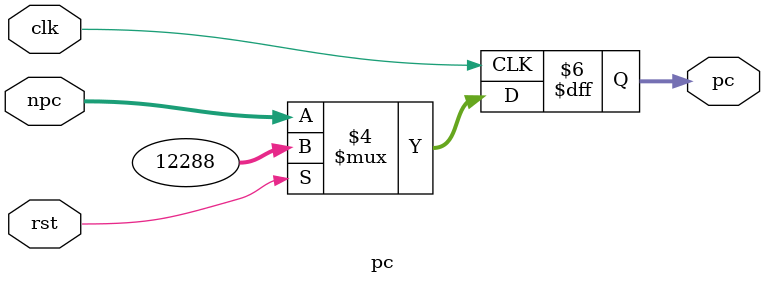
<source format=v>
`timescale 1ns / 1ps
`include "defines.v"

module pc(
    input clk,
    input rst,
    input [31:0] npc,
    output reg [31:0] pc
    );

    initial begin
        pc <= 32'h3000;
    end

    always @(posedge clk) begin
        if (rst) begin
            pc <= 32'h3000;
        end else begin
            pc <= npc;
        end
    end

endmodule

</source>
